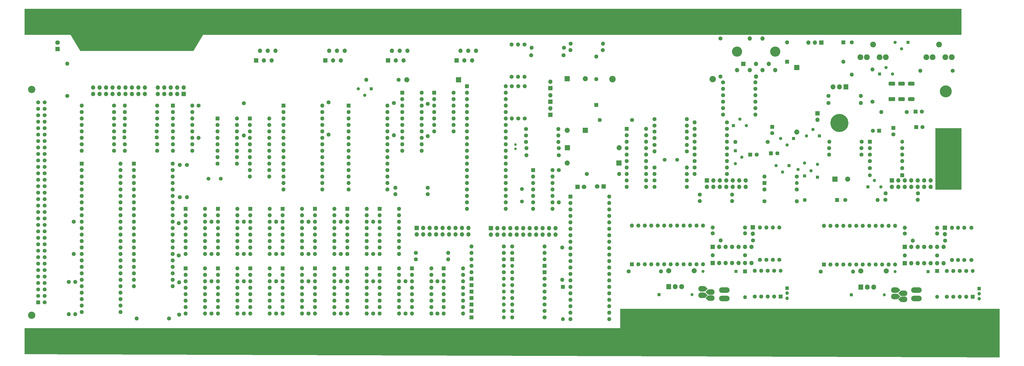
<source format=gbs>
%TF.GenerationSoftware,KiCad,Pcbnew,8.0.6+1*%
%TF.CreationDate,2024-11-20T11:24:01+01:00*%
%TF.ProjectId,QL_schematic,514c5f73-6368-4656-9d61-7469632e6b69,0*%
%TF.SameCoordinates,Original*%
%TF.FileFunction,Soldermask,Bot*%
%TF.FilePolarity,Negative*%
%FSLAX46Y46*%
G04 Gerber Fmt 4.6, Leading zero omitted, Abs format (unit mm)*
G04 Created by KiCad (PCBNEW 8.0.6+1) date 2024-11-20 11:24:01*
%MOMM*%
%LPD*%
G01*
G04 APERTURE LIST*
G04 Aperture macros list*
%AMRoundRect*
0 Rectangle with rounded corners*
0 $1 Rounding radius*
0 $2 $3 $4 $5 $6 $7 $8 $9 X,Y pos of 4 corners*
0 Add a 4 corners polygon primitive as box body*
4,1,4,$2,$3,$4,$5,$6,$7,$8,$9,$2,$3,0*
0 Add four circle primitives for the rounded corners*
1,1,$1+$1,$2,$3*
1,1,$1+$1,$4,$5*
1,1,$1+$1,$6,$7*
1,1,$1+$1,$8,$9*
0 Add four rect primitives between the rounded corners*
20,1,$1+$1,$2,$3,$4,$5,0*
20,1,$1+$1,$4,$5,$6,$7,0*
20,1,$1+$1,$6,$7,$8,$9,0*
20,1,$1+$1,$8,$9,$2,$3,0*%
%AMRotRect*
0 Rectangle, with rotation*
0 The origin of the aperture is its center*
0 $1 length*
0 $2 width*
0 $3 Rotation angle, in degrees counterclockwise*
0 Add horizontal line*
21,1,$1,$2,0,0,$3*%
G04 Aperture macros list end*
%ADD10C,3.581000*%
%ADD11C,0.100000*%
%ADD12C,2.350446*%
%ADD13R,1.905000X2.000000*%
%ADD14O,1.905000X2.000000*%
%ADD15C,1.600000*%
%ADD16O,1.600000X1.600000*%
%ADD17R,1.600000X1.600000*%
%ADD18C,2.286000*%
%ADD19R,1.200000X1.200000*%
%ADD20C,1.200000*%
%ADD21R,1.500000X1.500000*%
%ADD22O,1.500000X1.500000*%
%ADD23R,1.700000X1.700000*%
%ADD24O,1.700000X1.700000*%
%ADD25R,1.350000X1.350000*%
%ADD26O,1.350000X1.350000*%
%ADD27RotRect,1.500000X1.500000X45.000000*%
%ADD28RoundRect,1.100000X0.400000X0.000010X-0.400000X0.000010X-0.400000X-0.000010X0.400000X-0.000010X0*%
%ADD29RoundRect,1.100000X-0.400000X-0.000010X0.400000X-0.000010X0.400000X0.000010X-0.400000X0.000010X0*%
%ADD30R,1.300000X1.300000*%
%ADD31C,1.300000*%
%ADD32R,2.000000X2.000000*%
%ADD33O,2.000000X2.000000*%
%ADD34C,1.000000*%
%ADD35RoundRect,1.100000X-0.975000X-0.000010X0.975000X-0.000010X0.975000X0.000010X-0.975000X0.000010X0*%
%ADD36R,1.800000X1.800000*%
%ADD37C,1.800000*%
%ADD38RoundRect,0.500000X-2.000000X-0.350000X2.000000X-0.350000X2.000000X0.350000X-2.000000X0.350000X0*%
%ADD39O,4.000000X4.000000*%
%ADD40C,2.000000*%
%ADD41C,1.500000*%
%ADD42C,2.850000*%
%ADD43RoundRect,0.249999X-0.525001X0.525001X-0.525001X-0.525001X0.525001X-0.525001X0.525001X0.525001X0*%
%ADD44C,1.550000*%
%ADD45O,2.500000X2.600000*%
%ADD46O,2.500000X2.500000*%
%ADD47R,2.600000X1.600000*%
%ADD48RoundRect,0.500000X0.800000X0.300000X-0.800000X0.300000X-0.800000X-0.300000X0.800000X-0.300000X0*%
G04 APERTURE END LIST*
D10*
X345071500Y-126238000D02*
G75*
G02*
X341490500Y-126238000I-1790500J0D01*
G01*
X341490500Y-126238000D02*
G75*
G02*
X345071500Y-126238000I1790500J0D01*
G01*
D11*
X391160000Y-91440000D02*
X93345000Y-91440000D01*
X89535000Y-97790000D01*
X45085000Y-97790000D01*
X41275000Y-91440000D01*
X23241000Y-91440000D01*
X23241000Y-81280000D01*
X391160000Y-81280000D01*
X391160000Y-91440000D01*
G36*
X391160000Y-91440000D02*
G01*
X93345000Y-91440000D01*
X89535000Y-97790000D01*
X45085000Y-97790000D01*
X41275000Y-91440000D01*
X23241000Y-91440000D01*
X23241000Y-81280000D01*
X391160000Y-81280000D01*
X391160000Y-91440000D01*
G37*
X406146000Y-218440000D02*
X23241000Y-217170000D01*
X23241000Y-207010000D01*
X257175000Y-207010000D01*
X257175000Y-199390000D01*
X406146000Y-199390000D01*
X406146000Y-218440000D01*
G36*
X406146000Y-218440000D02*
G01*
X23241000Y-217170000D01*
X23241000Y-207010000D01*
X257175000Y-207010000D01*
X257175000Y-199390000D01*
X406146000Y-199390000D01*
X406146000Y-218440000D01*
G37*
X381000000Y-128270000D02*
X391160000Y-128270000D01*
X391160000Y-152400000D01*
X381000000Y-152400000D01*
X381000000Y-128270000D01*
G36*
X381000000Y-128270000D02*
G01*
X391160000Y-128270000D01*
X391160000Y-152400000D01*
X381000000Y-152400000D01*
X381000000Y-128270000D01*
G37*
%TO.C,S3*%
D12*
X386239223Y-113792000D02*
G75*
G02*
X383888777Y-113792000I-1175223J0D01*
G01*
X383888777Y-113792000D02*
G75*
G02*
X386239223Y-113792000I1175223J0D01*
G01*
%TD*%
D13*
%TO.C,IC31*%
X276225000Y-190683000D03*
D14*
X278765000Y-190683000D03*
X281305000Y-190683000D03*
%TD*%
D15*
%TO.C,R47*%
X58420000Y-137160000D03*
D16*
X45720000Y-137160000D03*
%TD*%
D17*
%TO.C,C22*%
X358902000Y-129286000D03*
D15*
X356402000Y-129286000D03*
%TD*%
%TO.C,R56*%
X297585000Y-115310000D03*
D16*
X310285000Y-115310000D03*
%TD*%
D15*
%TO.C,R62*%
X211455000Y-185039000D03*
D16*
X198755000Y-185039000D03*
%TD*%
D18*
%TO.C,J10*%
X382397000Y-95330000D03*
X387397000Y-100330000D03*
X384897000Y-100330000D03*
X377397000Y-100330000D03*
X379897000Y-100330000D03*
%TD*%
D15*
%TO.C,C31*%
X283337000Y-137414000D03*
D16*
X270637000Y-137414000D03*
%TD*%
D19*
%TO.C,C10*%
X347980000Y-193929000D03*
D20*
X360934000Y-193929000D03*
%TD*%
D21*
%TO.C,D2*%
X227457000Y-182499000D03*
D22*
X214757000Y-182499000D03*
%TD*%
D23*
%TO.C,J201*%
X368935000Y-175006000D03*
D24*
X371475000Y-175006000D03*
X374015000Y-175006000D03*
X376555000Y-175006000D03*
X379095000Y-175006000D03*
X381635000Y-175006000D03*
X384175000Y-175006000D03*
%TD*%
D15*
%TO.C,R86*%
X244094000Y-146304000D03*
D16*
X256794000Y-146304000D03*
%TD*%
D15*
%TO.C,R48*%
X233045000Y-138938000D03*
D16*
X220345000Y-138938000D03*
%TD*%
D15*
%TO.C,R21*%
X227457000Y-195199000D03*
D16*
X214757000Y-195199000D03*
%TD*%
D25*
%TO.C,SW2*%
X398145000Y-191453000D03*
D26*
X398145000Y-193453000D03*
X398145000Y-195453000D03*
%TD*%
D21*
%TO.C,D1*%
X227457000Y-185039000D03*
D22*
X214757000Y-185039000D03*
%TD*%
D17*
%TO.C,IC5*%
X137287000Y-160020000D03*
D16*
X137287000Y-162560000D03*
X137287000Y-165100000D03*
X137287000Y-167640000D03*
X137287000Y-170180000D03*
X137287000Y-172720000D03*
X137287000Y-175260000D03*
X137287000Y-177800000D03*
X144907000Y-177800000D03*
X144907000Y-175260000D03*
X144907000Y-172720000D03*
X144907000Y-170180000D03*
X144907000Y-167640000D03*
X144907000Y-165100000D03*
X144907000Y-162560000D03*
X144907000Y-160020000D03*
%TD*%
D15*
%TO.C,R10*%
X235077000Y-96647000D03*
D16*
X222377000Y-96647000D03*
%TD*%
D17*
%TO.C,C41*%
X373166000Y-121793000D03*
D15*
X375666000Y-121793000D03*
%TD*%
%TO.C,R78*%
X75311000Y-134620000D03*
D16*
X62611000Y-134620000D03*
%TD*%
D15*
%TO.C,R44*%
X306197000Y-167386000D03*
D16*
X293497000Y-167386000D03*
%TD*%
D15*
%TO.C,DC24*%
X147447000Y-201295000D03*
D16*
X147447000Y-188595000D03*
%TD*%
D27*
%TO.C,L2*%
X290449000Y-191516000D03*
D28*
X289399000Y-191516000D03*
D27*
X291719000Y-192786000D03*
D29*
X292769000Y-192786000D03*
D27*
X290449000Y-194056000D03*
D28*
X289399000Y-194056000D03*
D27*
X291719000Y-195199000D03*
D29*
X292769000Y-195199000D03*
%TD*%
D15*
%TO.C,R29*%
X355219000Y-141224000D03*
D16*
X367919000Y-141224000D03*
%TD*%
D15*
%TO.C,C32*%
X286385000Y-143764000D03*
D16*
X299085000Y-143764000D03*
%TD*%
D15*
%TO.C,C48*%
X234950000Y-99568000D03*
D16*
X222250000Y-99568000D03*
%TD*%
D15*
%TO.C,C49*%
X319659000Y-180086000D03*
D16*
X319659000Y-167386000D03*
%TD*%
D30*
%TO.C,TR7*%
X329565000Y-147066000D03*
D31*
X327025000Y-144526000D03*
X329565000Y-141986000D03*
%TD*%
D15*
%TO.C,R58*%
X297585000Y-120390000D03*
D16*
X310285000Y-120390000D03*
%TD*%
D15*
%TO.C,R17*%
X220218000Y-128651000D03*
D16*
X232918000Y-128651000D03*
%TD*%
D15*
%TO.C,R20*%
X227457000Y-197739000D03*
D16*
X214757000Y-197739000D03*
%TD*%
D17*
%TO.C,IC16*%
X175387000Y-183515000D03*
D16*
X175387000Y-186055000D03*
X175387000Y-188595000D03*
X175387000Y-191135000D03*
X175387000Y-193675000D03*
X175387000Y-196215000D03*
X175387000Y-198755000D03*
X175387000Y-201295000D03*
X183007000Y-201295000D03*
X183007000Y-198755000D03*
X183007000Y-196215000D03*
X183007000Y-193675000D03*
X183007000Y-191135000D03*
X183007000Y-188595000D03*
X183007000Y-186055000D03*
X183007000Y-183515000D03*
%TD*%
D15*
%TO.C,R90*%
X217170000Y-124460000D03*
D16*
X217170000Y-111760000D03*
%TD*%
D15*
%TO.C,C19*%
X326517000Y-152400000D03*
D16*
X313817000Y-152400000D03*
%TD*%
D21*
%TO.C,D16*%
X313817000Y-149860000D03*
D22*
X326517000Y-149860000D03*
%TD*%
D15*
%TO.C,R49*%
X315087000Y-133705600D03*
D16*
X302387000Y-133705600D03*
%TD*%
D17*
%TO.C,IC13*%
X137287000Y-183515000D03*
D16*
X137287000Y-186055000D03*
X137287000Y-188595000D03*
X137287000Y-191135000D03*
X137287000Y-193675000D03*
X137287000Y-196215000D03*
X137287000Y-198755000D03*
X137287000Y-201295000D03*
X144907000Y-201295000D03*
X144907000Y-198755000D03*
X144907000Y-196215000D03*
X144907000Y-193675000D03*
X144907000Y-191135000D03*
X144907000Y-188595000D03*
X144907000Y-186055000D03*
X144907000Y-183515000D03*
%TD*%
D15*
%TO.C,DC20*%
X96647000Y-201295000D03*
D16*
X96647000Y-188595000D03*
%TD*%
D15*
%TO.C,C50*%
X395097000Y-180213000D03*
D16*
X395097000Y-167513000D03*
%TD*%
D15*
%TO.C,R32*%
X288417000Y-156972000D03*
D16*
X301117000Y-156972000D03*
%TD*%
D32*
%TO.C,C37*%
X326567800Y-104444800D03*
D33*
X326567800Y-129844800D03*
%TD*%
D15*
%TO.C,DC26*%
X172847000Y-201295000D03*
D16*
X172847000Y-188595000D03*
%TD*%
D23*
%TO.C,J6*%
X192913000Y-101600000D03*
D24*
X194437000Y-97790000D03*
X195961000Y-101600000D03*
X197485000Y-97790000D03*
X199009000Y-101600000D03*
X200533000Y-97790000D03*
%TD*%
D23*
%TO.C,M2*%
X309245000Y-167335200D03*
D24*
X309245000Y-169875200D03*
%TD*%
D15*
%TO.C,R92_2*%
X40005000Y-115570000D03*
D16*
X40005000Y-102870000D03*
%TD*%
D21*
%TO.C,D14*%
X306197000Y-184650000D03*
D22*
X306197000Y-194810000D03*
%TD*%
D30*
%TO.C,TR2*%
X370205000Y-94488000D03*
D31*
X367665000Y-97028000D03*
X365125000Y-94488000D03*
%TD*%
D15*
%TO.C,DC5*%
X181610000Y-118745000D03*
D16*
X181610000Y-131445000D03*
%TD*%
D15*
%TO.C,R92*%
X219583000Y-95377000D03*
D16*
X219583000Y-108077000D03*
%TD*%
D23*
%TO.C,HDB1*%
X291211000Y-148844000D03*
D24*
X293751000Y-148844000D03*
X296291000Y-148844000D03*
X298831000Y-148844000D03*
X301371000Y-148844000D03*
X303911000Y-148844000D03*
X306451000Y-148844000D03*
X291211000Y-151384000D03*
X293751000Y-151384000D03*
X296291000Y-151384000D03*
X298831000Y-151384000D03*
X301371000Y-151384000D03*
X303911000Y-151384000D03*
X306451000Y-151384000D03*
%TD*%
D15*
%TO.C,R63*%
X211455000Y-182499000D03*
D16*
X198755000Y-182499000D03*
%TD*%
D17*
%TO.C,C21*%
X308269000Y-138684000D03*
D15*
X310769000Y-138684000D03*
%TD*%
D23*
%TO.C,J2*%
X85725000Y-114845000D03*
D24*
X85725000Y-112305000D03*
X83185000Y-114845000D03*
X83185000Y-112305000D03*
X80645000Y-114845000D03*
X80645000Y-112305000D03*
X78105000Y-114845000D03*
X78105000Y-112305000D03*
X75565000Y-114845000D03*
X75565000Y-112305000D03*
X70485000Y-114845000D03*
X70485000Y-112305000D03*
X67945000Y-114845000D03*
X67945000Y-112305000D03*
X65405000Y-114845000D03*
X65405000Y-112305000D03*
X62865000Y-114845000D03*
X62865000Y-112305000D03*
X60325000Y-114845000D03*
X60325000Y-112305000D03*
X57785000Y-114845000D03*
X57785000Y-112305000D03*
X55245000Y-114845000D03*
X55245000Y-112305000D03*
X52705000Y-114845000D03*
X52705000Y-112305000D03*
X50165000Y-114845000D03*
X50165000Y-112305000D03*
%TD*%
D15*
%TO.C,C13*%
X312039000Y-180086000D03*
D16*
X312039000Y-167386000D03*
%TD*%
D15*
%TO.C,R74*%
X75184000Y-129540000D03*
D16*
X62484000Y-129540000D03*
%TD*%
D15*
%TO.C,C16*%
X368935000Y-169799000D03*
D16*
X381635000Y-169799000D03*
%TD*%
D15*
%TO.C,C34*%
X286385000Y-138684000D03*
D16*
X299085000Y-138684000D03*
%TD*%
D21*
%TO.C,D3*%
X214757000Y-179959000D03*
D22*
X227457000Y-179959000D03*
%TD*%
D15*
%TO.C,C43*%
X270637000Y-124714000D03*
D16*
X283337000Y-124714000D03*
%TD*%
D30*
%TO.C,TR5*%
X334645000Y-147574000D03*
D31*
X332105000Y-145034000D03*
X334645000Y-142494000D03*
%TD*%
D17*
%TO.C,IC18*%
X45720000Y-142240000D03*
D16*
X45720000Y-144780000D03*
X45720000Y-147320000D03*
X45720000Y-149860000D03*
X45720000Y-152400000D03*
X45720000Y-154940000D03*
X45720000Y-157480000D03*
X45720000Y-160020000D03*
X45720000Y-162560000D03*
X45720000Y-165100000D03*
X45720000Y-167640000D03*
X45720000Y-170180000D03*
X45720000Y-172720000D03*
X45720000Y-175260000D03*
X45720000Y-177800000D03*
X45720000Y-180340000D03*
X45720000Y-182880000D03*
X45720000Y-185420000D03*
X45720000Y-187960000D03*
X45720000Y-190500000D03*
X45720000Y-193040000D03*
X45720000Y-195580000D03*
X45720000Y-198120000D03*
X45720000Y-200660000D03*
X60960000Y-200660000D03*
X60960000Y-198120000D03*
X60960000Y-195580000D03*
X60960000Y-193040000D03*
X60960000Y-190500000D03*
X60960000Y-187960000D03*
X60960000Y-185420000D03*
X60960000Y-182880000D03*
X60960000Y-180340000D03*
X60960000Y-177800000D03*
X60960000Y-175260000D03*
X60960000Y-172720000D03*
X60960000Y-170180000D03*
X60960000Y-167640000D03*
X60960000Y-165100000D03*
X60960000Y-162560000D03*
X60960000Y-160020000D03*
X60960000Y-157480000D03*
X60960000Y-154940000D03*
X60960000Y-152400000D03*
X60960000Y-149860000D03*
X60960000Y-147320000D03*
X60960000Y-144780000D03*
X60960000Y-142240000D03*
%TD*%
D15*
%TO.C,C20*%
X361442000Y-153924000D03*
D16*
X374142000Y-153924000D03*
%TD*%
D17*
%TO.C,IC28*%
X259715000Y-128524000D03*
D16*
X259715000Y-131064000D03*
X259715000Y-133604000D03*
X259715000Y-136144000D03*
X259715000Y-138684000D03*
X259715000Y-141224000D03*
X259715000Y-143764000D03*
X259715000Y-146304000D03*
X259715000Y-148844000D03*
X259715000Y-151384000D03*
X267335000Y-151384000D03*
X267335000Y-148844000D03*
X267335000Y-146304000D03*
X267335000Y-143764000D03*
X267335000Y-141224000D03*
X267335000Y-138684000D03*
X267335000Y-136144000D03*
X267335000Y-133604000D03*
X267335000Y-131064000D03*
X267335000Y-128524000D03*
%TD*%
D15*
%TO.C,DC27*%
X185420000Y-201295000D03*
D16*
X185420000Y-188595000D03*
%TD*%
D23*
%TO.C,J4*%
X141351000Y-101600000D03*
D24*
X142875000Y-97790000D03*
X144399000Y-101600000D03*
X145923000Y-97790000D03*
X147447000Y-101600000D03*
X148971000Y-97790000D03*
%TD*%
D19*
%TO.C,C11*%
X302641000Y-184658000D03*
D20*
X289687000Y-184658000D03*
%TD*%
D15*
%TO.C,C26*%
X270637000Y-143764000D03*
D16*
X283337000Y-143764000D03*
%TD*%
D17*
%TO.C,C47*%
X364490000Y-128207888D03*
D15*
X364490000Y-130707888D03*
%TD*%
%TO.C,R18*%
X227457000Y-202819000D03*
D16*
X214757000Y-202819000D03*
%TD*%
D15*
%TO.C,C5*%
X306197000Y-178308000D03*
D16*
X293497000Y-178308000D03*
%TD*%
D15*
%TO.C,C46*%
X345567000Y-156591000D03*
D16*
X358267000Y-156591000D03*
%TD*%
D15*
%TO.C,R61*%
X237744000Y-94996000D03*
D16*
X250444000Y-94996000D03*
%TD*%
D15*
%TO.C,R23*%
X227457000Y-190119000D03*
D16*
X214757000Y-190119000D03*
%TD*%
D15*
%TO.C,R57*%
X297585000Y-117850000D03*
D16*
X310285000Y-117850000D03*
%TD*%
D15*
%TO.C,DC3*%
X142621000Y-118110000D03*
D16*
X142621000Y-130810000D03*
%TD*%
D34*
%TO.C,X2*%
X216027000Y-136398000D03*
X216027000Y-134698000D03*
%TD*%
D15*
%TO.C,L5*%
X369697000Y-121920000D03*
D16*
X359697000Y-121920000D03*
%TD*%
D15*
%TO.C,R33*%
X355219000Y-144018000D03*
D16*
X367919000Y-144018000D03*
%TD*%
D15*
%TO.C,R76*%
X75184000Y-131953000D03*
D16*
X62484000Y-131953000D03*
%TD*%
D15*
%TO.C,R51*%
X270637000Y-129674000D03*
D16*
X283337000Y-129674000D03*
%TD*%
D15*
%TO.C,R85*%
X261874000Y-125095000D03*
D16*
X249174000Y-125095000D03*
%TD*%
D15*
%TO.C,R40*%
X315087000Y-184404000D03*
D16*
X315087000Y-194564000D03*
%TD*%
D23*
%TO.C,J202*%
X368935000Y-181483000D03*
D24*
X371475000Y-181483000D03*
X374015000Y-181483000D03*
X376555000Y-181483000D03*
X379095000Y-181483000D03*
X381635000Y-181483000D03*
X384175000Y-181483000D03*
%TD*%
D15*
%TO.C,R15*%
X387731000Y-105664000D03*
D16*
X375031000Y-105664000D03*
%TD*%
D17*
%TO.C,D25*%
X322707000Y-102108000D03*
D16*
X322707000Y-94488000D03*
%TD*%
D15*
%TO.C,R80*%
X220218000Y-131191000D03*
D16*
X232918000Y-131191000D03*
%TD*%
D15*
%TO.C,DC16*%
X160147000Y-177800000D03*
D16*
X160147000Y-165100000D03*
%TD*%
D15*
%TO.C,R8*%
X217043000Y-108077000D03*
D16*
X217043000Y-95377000D03*
%TD*%
D17*
%TO.C,IC25*%
X184150000Y-114300000D03*
D16*
X184150000Y-116840000D03*
X184150000Y-119380000D03*
X184150000Y-121920000D03*
X184150000Y-124460000D03*
X184150000Y-127000000D03*
X184150000Y-129540000D03*
X191770000Y-129540000D03*
X191770000Y-127000000D03*
X191770000Y-124460000D03*
X191770000Y-121920000D03*
X191770000Y-119380000D03*
X191770000Y-116840000D03*
X191770000Y-114300000D03*
%TD*%
D15*
%TO.C,R12*%
X339217000Y-136144000D03*
D16*
X351917000Y-136144000D03*
%TD*%
D17*
%TO.C,IC33*%
X124968000Y-119380000D03*
D16*
X124968000Y-121920000D03*
X124968000Y-124460000D03*
X124968000Y-127000000D03*
X124968000Y-129540000D03*
X124968000Y-132080000D03*
X124968000Y-134620000D03*
X124968000Y-137160000D03*
X124968000Y-139700000D03*
X124968000Y-142240000D03*
X124968000Y-144780000D03*
X124968000Y-147320000D03*
X124968000Y-149860000D03*
X124968000Y-152400000D03*
X140208000Y-152400000D03*
X140208000Y-149860000D03*
X140208000Y-147320000D03*
X140208000Y-144780000D03*
X140208000Y-142240000D03*
X140208000Y-139700000D03*
X140208000Y-137160000D03*
X140208000Y-134620000D03*
X140208000Y-132080000D03*
X140208000Y-129540000D03*
X140208000Y-127000000D03*
X140208000Y-124460000D03*
X140208000Y-121920000D03*
X140208000Y-119380000D03*
%TD*%
D17*
%TO.C,IC10*%
X99187000Y-183515000D03*
D16*
X99187000Y-186055000D03*
X99187000Y-188595000D03*
X99187000Y-191135000D03*
X99187000Y-193675000D03*
X99187000Y-196215000D03*
X99187000Y-198755000D03*
X99187000Y-201295000D03*
X106807000Y-201295000D03*
X106807000Y-198755000D03*
X106807000Y-196215000D03*
X106807000Y-193675000D03*
X106807000Y-191135000D03*
X106807000Y-188595000D03*
X106807000Y-186055000D03*
X106807000Y-183515000D03*
%TD*%
D15*
%TO.C,R54*%
X270637000Y-132214000D03*
D16*
X283337000Y-132214000D03*
%TD*%
D15*
%TO.C,R35*%
X385445000Y-194691000D03*
D16*
X385445000Y-184531000D03*
%TD*%
D15*
%TO.C,C44*%
X338963000Y-115570000D03*
D16*
X351663000Y-115570000D03*
%TD*%
D15*
%TO.C,R104*%
X326517000Y-147320000D03*
D16*
X313817000Y-147320000D03*
%TD*%
D21*
%TO.C,D10*%
X198755000Y-190119000D03*
D22*
X211455000Y-190119000D03*
%TD*%
D15*
%TO.C,R72*%
X75311000Y-127000000D03*
D16*
X62611000Y-127000000D03*
%TD*%
D17*
%TO.C,IC3*%
X111887000Y-160020000D03*
D16*
X111887000Y-162560000D03*
X111887000Y-165100000D03*
X111887000Y-167640000D03*
X111887000Y-170180000D03*
X111887000Y-172720000D03*
X111887000Y-175260000D03*
X111887000Y-177800000D03*
X119507000Y-177800000D03*
X119507000Y-175260000D03*
X119507000Y-172720000D03*
X119507000Y-170180000D03*
X119507000Y-167640000D03*
X119507000Y-165100000D03*
X119507000Y-162560000D03*
X119507000Y-160020000D03*
%TD*%
D15*
%TO.C,C45*%
X286385000Y-131064000D03*
D16*
X299085000Y-131064000D03*
%TD*%
D13*
%TO.C,U35*%
X345821000Y-112014000D03*
D14*
X343281000Y-112014000D03*
X340741000Y-112014000D03*
%TD*%
D21*
%TO.C,D12*%
X320167000Y-194564000D03*
D22*
X320167000Y-184404000D03*
%TD*%
D23*
%TO.C,J101*%
X293497000Y-175006000D03*
D24*
X296037000Y-175006000D03*
X298577000Y-175006000D03*
X301117000Y-175006000D03*
X303657000Y-175006000D03*
X306197000Y-175006000D03*
X308737000Y-175006000D03*
%TD*%
D23*
%TO.C,J3*%
X114173000Y-101600000D03*
D24*
X115697000Y-97790000D03*
X117221000Y-101600000D03*
X118745000Y-97790000D03*
X120269000Y-101600000D03*
X121793000Y-97790000D03*
%TD*%
D15*
%TO.C,R88*%
X310261000Y-112770000D03*
D16*
X297561000Y-112770000D03*
%TD*%
D15*
%TO.C,R25*%
X283337000Y-151384000D03*
D16*
X270637000Y-151384000D03*
%TD*%
D18*
%TO.C,J9*%
X356529000Y-95330000D03*
X361529000Y-100330000D03*
X359029000Y-100330000D03*
X351529000Y-100330000D03*
X354029000Y-100330000D03*
%TD*%
D15*
%TO.C,R98*%
X234442000Y-175260000D03*
D16*
X234442000Y-187960000D03*
%TD*%
D21*
%TO.C,D13*%
X395605000Y-194691000D03*
D22*
X395605000Y-184531000D03*
%TD*%
D15*
%TO.C,R42*%
X314579000Y-180086000D03*
D16*
X314579000Y-167386000D03*
%TD*%
D35*
%TO.C,L6*%
X298103000Y-192024000D03*
X298103000Y-195326000D03*
%TD*%
D36*
%TO.C,D27_2*%
X36195000Y-97155000D03*
D37*
X36195000Y-94615000D03*
%TD*%
D15*
%TO.C,R65*%
X211455000Y-177419000D03*
D16*
X198755000Y-177419000D03*
%TD*%
D21*
%TO.C,D8*%
X198755000Y-195199000D03*
D22*
X211455000Y-195199000D03*
%TD*%
D15*
%TO.C,R1*%
X58420000Y-132080000D03*
D16*
X45720000Y-132080000D03*
%TD*%
D38*
%TO.C,EC1*%
X387223000Y-131318000D03*
X387223000Y-133858000D03*
X387223000Y-136398000D03*
X387223000Y-138938000D03*
X387223000Y-141478000D03*
X387223000Y-144018000D03*
X387223000Y-146558000D03*
X387223000Y-149098000D03*
%TD*%
D15*
%TO.C,R68*%
X176911000Y-177419000D03*
D16*
X189611000Y-177419000D03*
%TD*%
D15*
%TO.C,C33*%
X299085000Y-136144000D03*
D16*
X286385000Y-136144000D03*
%TD*%
D36*
%TO.C,D20_1*%
X240411000Y-151384000D03*
D37*
X242951000Y-151384000D03*
%TD*%
D17*
%TO.C,IC26*%
X223012000Y-144780000D03*
D16*
X223012000Y-147320000D03*
X223012000Y-149860000D03*
X223012000Y-152400000D03*
X223012000Y-154940000D03*
X223012000Y-157480000D03*
X223012000Y-160020000D03*
X230632000Y-160020000D03*
X230632000Y-157480000D03*
X230632000Y-154940000D03*
X230632000Y-152400000D03*
X230632000Y-149860000D03*
X230632000Y-147320000D03*
X230632000Y-144780000D03*
%TD*%
D15*
%TO.C,R45*%
X381635000Y-167513000D03*
D16*
X368935000Y-167513000D03*
%TD*%
D17*
%TO.C,IC19*%
X81534000Y-119380000D03*
D16*
X81534000Y-121920000D03*
X81534000Y-124460000D03*
X81534000Y-127000000D03*
X81534000Y-129540000D03*
X81534000Y-132080000D03*
X81534000Y-134620000D03*
X81534000Y-137160000D03*
X89154000Y-137160000D03*
X89154000Y-134620000D03*
X89154000Y-132080000D03*
X89154000Y-129540000D03*
X89154000Y-127000000D03*
X89154000Y-124460000D03*
X89154000Y-121920000D03*
X89154000Y-119380000D03*
%TD*%
D17*
%TO.C,IC30*%
X337185000Y-181991000D03*
D16*
X339725000Y-181991000D03*
X342265000Y-181991000D03*
X344805000Y-181991000D03*
X347345000Y-181991000D03*
X349885000Y-181991000D03*
X352425000Y-181991000D03*
X354965000Y-181991000D03*
X357505000Y-181991000D03*
X360045000Y-181991000D03*
X362585000Y-181991000D03*
X365125000Y-181991000D03*
X365125000Y-166751000D03*
X362585000Y-166751000D03*
X360045000Y-166751000D03*
X357505000Y-166751000D03*
X354965000Y-166751000D03*
X352425000Y-166751000D03*
X349885000Y-166751000D03*
X347345000Y-166751000D03*
X344805000Y-166751000D03*
X342265000Y-166751000D03*
X339725000Y-166751000D03*
X337185000Y-166751000D03*
%TD*%
D24*
%TO.C,J7*%
X313055000Y-92950000D03*
D23*
X305555000Y-102950000D03*
D24*
X310555000Y-102950000D03*
X315555000Y-102950000D03*
X308095000Y-105450000D03*
X313055000Y-105450000D03*
X303055000Y-105450000D03*
X318055000Y-105450000D03*
X310555000Y-107950000D03*
D39*
X318055000Y-98150000D03*
D24*
X308055000Y-92950000D03*
D39*
X303055000Y-98150000D03*
%TD*%
D30*
%TO.C,TR4*%
X354457000Y-151384000D03*
D31*
X356997000Y-148844000D03*
X359537000Y-151384000D03*
%TD*%
D21*
%TO.C,D29*%
X355219000Y-133604000D03*
D22*
X367919000Y-133604000D03*
%TD*%
D15*
%TO.C,C18*%
X335915000Y-184785000D03*
D16*
X348615000Y-184785000D03*
%TD*%
D17*
%TO.C,IC7*%
X162687000Y-160020000D03*
D16*
X162687000Y-162560000D03*
X162687000Y-165100000D03*
X162687000Y-167640000D03*
X162687000Y-170180000D03*
X162687000Y-172720000D03*
X162687000Y-175260000D03*
X162687000Y-177800000D03*
X170307000Y-177800000D03*
X170307000Y-175260000D03*
X170307000Y-172720000D03*
X170307000Y-170180000D03*
X170307000Y-167640000D03*
X170307000Y-165100000D03*
X170307000Y-162560000D03*
X170307000Y-160020000D03*
%TD*%
D15*
%TO.C,R96*%
X170180000Y-109220000D03*
D16*
X157480000Y-109220000D03*
%TD*%
D23*
%TO.C,J8*%
X336169000Y-94570000D03*
D24*
X333629000Y-94570000D03*
X331089000Y-94570000D03*
%TD*%
D15*
%TO.C,DC15*%
X147447000Y-177800000D03*
D16*
X147447000Y-165100000D03*
%TD*%
D15*
%TO.C,R13*%
X338963000Y-118364000D03*
D16*
X351663000Y-118364000D03*
%TD*%
D15*
%TO.C,R100*%
X309372000Y-172466000D03*
D16*
X296672000Y-172466000D03*
%TD*%
D25*
%TO.C,SW1*%
X322707000Y-191262000D03*
D26*
X322707000Y-193262000D03*
X322707000Y-195262000D03*
%TD*%
D15*
%TO.C,R91*%
X220218000Y-133731000D03*
D16*
X232918000Y-133731000D03*
%TD*%
D17*
%TO.C,C42*%
X373420000Y-127889000D03*
D15*
X375920000Y-127889000D03*
%TD*%
D13*
%TO.C,IC32*%
X351663000Y-190810000D03*
D14*
X354203000Y-190810000D03*
X356743000Y-190810000D03*
%TD*%
D17*
%TO.C,IC6*%
X149987000Y-160020000D03*
D16*
X149987000Y-162560000D03*
X149987000Y-165100000D03*
X149987000Y-167640000D03*
X149987000Y-170180000D03*
X149987000Y-172720000D03*
X149987000Y-175260000D03*
X149987000Y-177800000D03*
X157607000Y-177800000D03*
X157607000Y-175260000D03*
X157607000Y-172720000D03*
X157607000Y-170180000D03*
X157607000Y-167640000D03*
X157607000Y-165100000D03*
X157607000Y-162560000D03*
X157607000Y-160020000D03*
%TD*%
D17*
%TO.C,IC9*%
X86487000Y-183515000D03*
D16*
X86487000Y-186055000D03*
X86487000Y-188595000D03*
X86487000Y-191135000D03*
X86487000Y-193675000D03*
X86487000Y-196215000D03*
X86487000Y-198755000D03*
X86487000Y-201295000D03*
X94107000Y-201295000D03*
X94107000Y-198755000D03*
X94107000Y-196215000D03*
X94107000Y-193675000D03*
X94107000Y-191135000D03*
X94107000Y-188595000D03*
X94107000Y-186055000D03*
X94107000Y-183515000D03*
%TD*%
D32*
%TO.C,C23*%
X243459000Y-129159000D03*
D33*
X243459000Y-108839000D03*
%TD*%
D17*
%TO.C,IC29*%
X261747000Y-181864000D03*
D16*
X264287000Y-181864000D03*
X266827000Y-181864000D03*
X269367000Y-181864000D03*
X271907000Y-181864000D03*
X274447000Y-181864000D03*
X276987000Y-181864000D03*
X279527000Y-181864000D03*
X282067000Y-181864000D03*
X284607000Y-181864000D03*
X287147000Y-181864000D03*
X289687000Y-181864000D03*
X289687000Y-166624000D03*
X287147000Y-166624000D03*
X284607000Y-166624000D03*
X282067000Y-166624000D03*
X279527000Y-166624000D03*
X276987000Y-166624000D03*
X274447000Y-166624000D03*
X271907000Y-166624000D03*
X269367000Y-166624000D03*
X266827000Y-166624000D03*
X264287000Y-166624000D03*
X261747000Y-166624000D03*
%TD*%
D15*
%TO.C,R28*%
X288417000Y-154432000D03*
D16*
X301117000Y-154432000D03*
%TD*%
D15*
%TO.C,R77*%
X75311000Y-121920000D03*
D16*
X62611000Y-121920000D03*
%TD*%
D15*
%TO.C,R34*%
X310007000Y-194564000D03*
D16*
X310007000Y-184404000D03*
%TD*%
D15*
%TO.C,R55*%
X286385000Y-133604000D03*
D16*
X299085000Y-133604000D03*
%TD*%
D15*
%TO.C,R9*%
X214503000Y-108077000D03*
D16*
X214503000Y-95377000D03*
%TD*%
D15*
%TO.C,C15*%
X293497000Y-169672000D03*
D16*
X306197000Y-169672000D03*
%TD*%
D32*
%TO.C,C39*%
X341503000Y-148336000D03*
D40*
X346503000Y-148336000D03*
%TD*%
D32*
%TO.C,C25*%
X256717800Y-141986000D03*
D33*
X236397800Y-141986000D03*
%TD*%
D15*
%TO.C,R59*%
X297585000Y-122930000D03*
D16*
X310285000Y-122930000D03*
%TD*%
D15*
%TO.C,C29*%
X270637000Y-134874000D03*
D16*
X283337000Y-134874000D03*
%TD*%
D15*
%TO.C,DC25*%
X160147000Y-201295000D03*
D16*
X160147000Y-188595000D03*
%TD*%
D30*
%TO.C,TR1*%
X325247000Y-132334000D03*
D31*
X322707000Y-134874000D03*
X320167000Y-132334000D03*
%TD*%
D15*
%TO.C,R97*%
X214757000Y-177419000D03*
D16*
X227457000Y-177419000D03*
%TD*%
D23*
%TO.C,M3*%
X384683000Y-167487600D03*
D24*
X384683000Y-170027600D03*
%TD*%
D15*
%TO.C,C30*%
X286385000Y-141224000D03*
D16*
X299085000Y-141224000D03*
%TD*%
D17*
%TO.C,IC23*%
X196977000Y-111760000D03*
D16*
X196977000Y-114300000D03*
X196977000Y-116840000D03*
X196977000Y-119380000D03*
X196977000Y-121920000D03*
X196977000Y-124460000D03*
X196977000Y-127000000D03*
X196977000Y-129540000D03*
X196977000Y-132080000D03*
X196977000Y-134620000D03*
X196977000Y-137160000D03*
X196977000Y-139700000D03*
X196977000Y-142240000D03*
X196977000Y-144780000D03*
X196977000Y-147320000D03*
X196977000Y-149860000D03*
X196977000Y-152400000D03*
X196977000Y-154940000D03*
X196977000Y-157480000D03*
X196977000Y-160020000D03*
X212217000Y-160020000D03*
X212217000Y-157480000D03*
X212217000Y-154940000D03*
X212217000Y-152400000D03*
X212217000Y-149860000D03*
X212217000Y-147320000D03*
X212217000Y-144780000D03*
X212217000Y-142240000D03*
X212217000Y-139700000D03*
X212217000Y-137160000D03*
X212217000Y-134620000D03*
X212217000Y-132080000D03*
X212217000Y-129540000D03*
X212217000Y-127000000D03*
X212217000Y-124460000D03*
X212217000Y-121920000D03*
X212217000Y-119380000D03*
X212217000Y-116840000D03*
X212217000Y-114300000D03*
X212217000Y-111760000D03*
%TD*%
D30*
%TO.C,TR6*%
X302387000Y-137160000D03*
D31*
X304927000Y-139700000D03*
X302387000Y-142240000D03*
%TD*%
D15*
%TO.C,C27*%
X270637000Y-148844000D03*
D16*
X283337000Y-148844000D03*
%TD*%
D36*
%TO.C,D21_1*%
X250698000Y-151257000D03*
D37*
X248158000Y-151257000D03*
%TD*%
D19*
%TO.C,C9*%
X272479888Y-193802000D03*
D20*
X285433888Y-193802000D03*
%TD*%
D15*
%TO.C,R67*%
X214757000Y-174879000D03*
D16*
X227457000Y-174879000D03*
%TD*%
D15*
%TO.C,C53*%
X181610000Y-151765000D03*
D16*
X168910000Y-151765000D03*
%TD*%
D15*
%TO.C,R89*%
X219710000Y-124460000D03*
D16*
X219710000Y-111760000D03*
%TD*%
D15*
%TO.C,R46*%
X181610000Y-154305000D03*
D16*
X168910000Y-154305000D03*
%TD*%
D41*
%TO.C,X3*%
X279527000Y-140716000D03*
X274647000Y-140716000D03*
%TD*%
D15*
%TO.C,DC13*%
X122047000Y-177800000D03*
D16*
X122047000Y-165100000D03*
%TD*%
D15*
%TO.C,R101*%
X384810000Y-172593000D03*
D16*
X372110000Y-172593000D03*
%TD*%
D24*
%TO.C,J11*%
X177292000Y-170120000D03*
D23*
X177292000Y-167580000D03*
D24*
X179832000Y-170120000D03*
X179832000Y-167580000D03*
X182372000Y-170120000D03*
X182372000Y-167580000D03*
X184912000Y-170120000D03*
X184912000Y-167580000D03*
X187452000Y-170120000D03*
X187452000Y-167580000D03*
X189992000Y-170120000D03*
X189992000Y-167580000D03*
X192532000Y-170120000D03*
X192532000Y-167580000D03*
X195072000Y-170120000D03*
X195072000Y-167580000D03*
X197612000Y-170120000D03*
X197612000Y-167580000D03*
%TD*%
D15*
%TO.C,R103*%
X313817000Y-157099000D03*
D16*
X326517000Y-157099000D03*
%TD*%
D40*
%TO.C,DC29*%
X361696000Y-184531000D03*
X351696000Y-184531000D03*
%TD*%
%TO.C,DC28*%
X286225000Y-184404000D03*
X276225000Y-184404000D03*
%TD*%
D15*
%TO.C,DC21*%
X109347000Y-201295000D03*
D16*
X109347000Y-188595000D03*
%TD*%
D15*
%TO.C,C6*%
X381635000Y-178435000D03*
D16*
X368935000Y-178435000D03*
%TD*%
D21*
%TO.C,D5*%
X198755000Y-202819000D03*
D22*
X211455000Y-202819000D03*
%TD*%
D15*
%TO.C,C17*%
X260477000Y-184658000D03*
D16*
X273177000Y-184658000D03*
%TD*%
D15*
%TO.C,R69*%
X176911000Y-179959000D03*
D16*
X189611000Y-179959000D03*
%TD*%
D15*
%TO.C,DC6*%
X214630000Y-111760000D03*
D16*
X214630000Y-124460000D03*
%TD*%
D23*
%TO.C,J5*%
X165989000Y-101600000D03*
D24*
X167513000Y-97790000D03*
X169037000Y-101600000D03*
X170561000Y-97790000D03*
X172085000Y-101600000D03*
X173609000Y-97790000D03*
%TD*%
D17*
%TO.C,IC4*%
X124587000Y-160020000D03*
D16*
X124587000Y-162560000D03*
X124587000Y-165100000D03*
X124587000Y-167640000D03*
X124587000Y-170180000D03*
X124587000Y-172720000D03*
X124587000Y-175260000D03*
X124587000Y-177800000D03*
X132207000Y-177800000D03*
X132207000Y-175260000D03*
X132207000Y-172720000D03*
X132207000Y-170180000D03*
X132207000Y-167640000D03*
X132207000Y-165100000D03*
X132207000Y-162560000D03*
X132207000Y-160020000D03*
%TD*%
D15*
%TO.C,R37*%
X387985000Y-194691000D03*
D16*
X387985000Y-184531000D03*
%TD*%
D15*
%TO.C,R95*%
X351917000Y-138684000D03*
D16*
X339217000Y-138684000D03*
%TD*%
D17*
%TO.C,IC11*%
X111887000Y-183515000D03*
D16*
X111887000Y-186055000D03*
X111887000Y-188595000D03*
X111887000Y-191135000D03*
X111887000Y-193675000D03*
X111887000Y-196215000D03*
X111887000Y-198755000D03*
X111887000Y-201295000D03*
X119507000Y-201295000D03*
X119507000Y-198755000D03*
X119507000Y-196215000D03*
X119507000Y-193675000D03*
X119507000Y-191135000D03*
X119507000Y-188595000D03*
X119507000Y-186055000D03*
X119507000Y-183515000D03*
%TD*%
D17*
%TO.C,IC1*%
X86487000Y-160020000D03*
D16*
X86487000Y-162560000D03*
X86487000Y-165100000D03*
X86487000Y-167640000D03*
X86487000Y-170180000D03*
X86487000Y-172720000D03*
X86487000Y-175260000D03*
X86487000Y-177800000D03*
X94107000Y-177800000D03*
X94107000Y-175260000D03*
X94107000Y-172720000D03*
X94107000Y-170180000D03*
X94107000Y-167640000D03*
X94107000Y-165100000D03*
X94107000Y-162560000D03*
X94107000Y-160020000D03*
%TD*%
D23*
%TO.C,D27*%
X229743000Y-112522000D03*
D24*
X229743000Y-109982000D03*
%TD*%
D21*
%TO.C,D9*%
X198755000Y-192659000D03*
D22*
X211455000Y-192659000D03*
%TD*%
D15*
%TO.C,C14*%
X387477000Y-180213000D03*
D16*
X387477000Y-167513000D03*
%TD*%
D15*
%TO.C,R26*%
X299085000Y-146354800D03*
D16*
X286385000Y-146354800D03*
%TD*%
D30*
%TO.C,TR3*%
X323469000Y-143002000D03*
D31*
X320929000Y-145542000D03*
X318389000Y-143002000D03*
%TD*%
D42*
%TO.C,J1*%
X26035000Y-201940000D03*
X26035000Y-113040000D03*
D43*
X28575000Y-196850000D03*
D44*
X28575000Y-194310000D03*
X28575000Y-191770000D03*
X28575000Y-189230000D03*
X28575000Y-186690000D03*
X28575000Y-184150000D03*
X28575000Y-181610000D03*
X28575000Y-179070000D03*
X28575000Y-176530000D03*
X28575000Y-173990000D03*
X28575000Y-171450000D03*
X28575000Y-168910000D03*
X28575000Y-166370000D03*
X28575000Y-163830000D03*
X28575000Y-161290000D03*
X28575000Y-158750000D03*
X28575000Y-156210000D03*
X28575000Y-153670000D03*
X28575000Y-151130000D03*
X28575000Y-148590000D03*
X28575000Y-146050000D03*
X28575000Y-143510000D03*
X28575000Y-140970000D03*
X28575000Y-138430000D03*
X28575000Y-135890000D03*
X28575000Y-133350000D03*
X28575000Y-130810000D03*
X28575000Y-128270000D03*
X28575000Y-125730000D03*
X28575000Y-123190000D03*
X28575000Y-120650000D03*
X28575000Y-118110000D03*
X31115000Y-196850000D03*
X31115000Y-194310000D03*
X31115000Y-191770000D03*
X31115000Y-189230000D03*
X31115000Y-186690000D03*
X31115000Y-184150000D03*
X31115000Y-181610000D03*
X31115000Y-179070000D03*
X31115000Y-176530000D03*
X31115000Y-173990000D03*
X31115000Y-171450000D03*
X31115000Y-168910000D03*
X31115000Y-166370000D03*
X31115000Y-163830000D03*
X31115000Y-161290000D03*
X31115000Y-158750000D03*
X31115000Y-156210000D03*
X31115000Y-153670000D03*
X31115000Y-151130000D03*
X31115000Y-148590000D03*
X31115000Y-146050000D03*
X31115000Y-143510000D03*
X31115000Y-140970000D03*
X31115000Y-138430000D03*
X31115000Y-135890000D03*
X31115000Y-133350000D03*
X31115000Y-130810000D03*
X31115000Y-128270000D03*
X31115000Y-125730000D03*
X31115000Y-123190000D03*
X31115000Y-120650000D03*
X31115000Y-118110000D03*
%TD*%
D15*
%TO.C,DC10*%
X83820000Y-178435000D03*
D16*
X83820000Y-165735000D03*
%TD*%
D21*
%TO.C,D7*%
X198755000Y-197739000D03*
D22*
X211455000Y-197739000D03*
%TD*%
D17*
%TO.C,IC12*%
X124587000Y-183515000D03*
D16*
X124587000Y-186055000D03*
X124587000Y-188595000D03*
X124587000Y-191135000D03*
X124587000Y-193675000D03*
X124587000Y-196215000D03*
X124587000Y-198755000D03*
X124587000Y-201295000D03*
X132207000Y-201295000D03*
X132207000Y-198755000D03*
X132207000Y-196215000D03*
X132207000Y-193675000D03*
X132207000Y-191135000D03*
X132207000Y-188595000D03*
X132207000Y-186055000D03*
X132207000Y-183515000D03*
%TD*%
D15*
%TO.C,R22*%
X227457000Y-192659000D03*
D16*
X214757000Y-192659000D03*
%TD*%
D15*
%TO.C,C1*%
X233045000Y-136144000D03*
D16*
X220345000Y-136144000D03*
%TD*%
D15*
%TO.C,R53*%
X299085000Y-128524000D03*
D16*
X286385000Y-128524000D03*
%TD*%
D15*
%TO.C,R36*%
X312547000Y-194564000D03*
D16*
X312547000Y-184404000D03*
%TD*%
D19*
%TO.C,C12*%
X378079000Y-184785000D03*
D20*
X365125000Y-184785000D03*
%TD*%
D15*
%TO.C,R75*%
X75311000Y-137160000D03*
D16*
X62611000Y-137160000D03*
%TD*%
D15*
%TO.C,R71*%
X40640000Y-188849000D03*
D16*
X40640000Y-201549000D03*
%TD*%
D15*
%TO.C,R7*%
X45720000Y-134620000D03*
D16*
X58420000Y-134620000D03*
%TD*%
D15*
%TO.C,R3*%
X58420000Y-124460000D03*
D16*
X45720000Y-124460000D03*
%TD*%
D15*
%TO.C,C52*%
X392303000Y-180213000D03*
D16*
X392303000Y-167513000D03*
%TD*%
D15*
%TO.C,DC2*%
X109347000Y-118491000D03*
D16*
X109347000Y-131191000D03*
%TD*%
D17*
%TO.C,IC34*%
X150495000Y-119380000D03*
D16*
X150495000Y-121920000D03*
X150495000Y-124460000D03*
X150495000Y-127000000D03*
X150495000Y-129540000D03*
X150495000Y-132080000D03*
X150495000Y-134620000D03*
X150495000Y-137160000D03*
X150495000Y-139700000D03*
X150495000Y-142240000D03*
X150495000Y-144780000D03*
X150495000Y-147320000D03*
X150495000Y-149860000D03*
X150495000Y-152400000D03*
X165735000Y-152400000D03*
X165735000Y-149860000D03*
X165735000Y-147320000D03*
X165735000Y-144780000D03*
X165735000Y-142240000D03*
X165735000Y-139700000D03*
X165735000Y-137160000D03*
X165735000Y-134620000D03*
X165735000Y-132080000D03*
X165735000Y-129540000D03*
X165735000Y-127000000D03*
X165735000Y-124460000D03*
X165735000Y-121920000D03*
X165735000Y-119380000D03*
%TD*%
D15*
%TO.C,R27*%
X355219000Y-138684000D03*
D16*
X367919000Y-138684000D03*
%TD*%
D15*
%TO.C,DC4*%
X168275000Y-118364000D03*
D16*
X168275000Y-131064000D03*
%TD*%
D15*
%TO.C,C51*%
X317119000Y-180086000D03*
D16*
X317119000Y-167386000D03*
%TD*%
D15*
%TO.C,R38*%
X317627000Y-184404000D03*
D16*
X317627000Y-194564000D03*
%TD*%
D23*
%TO.C,LS1*%
X334645000Y-122428000D03*
D24*
X334645000Y-124968000D03*
%TD*%
D15*
%TO.C,R102*%
X361315000Y-156464000D03*
D16*
X374015000Y-156464000D03*
%TD*%
D15*
%TO.C,R66*%
X211455000Y-174879000D03*
D16*
X198755000Y-174879000D03*
%TD*%
D21*
%TO.C,D6*%
X198755000Y-200279000D03*
D22*
X211455000Y-200279000D03*
%TD*%
D21*
%TO.C,D4*%
X234696000Y-190754000D03*
D22*
X234696000Y-203454000D03*
%TD*%
D17*
%TO.C,IC2*%
X99187000Y-160020000D03*
D16*
X99187000Y-162560000D03*
X99187000Y-165100000D03*
X99187000Y-167640000D03*
X99187000Y-170180000D03*
X99187000Y-172720000D03*
X99187000Y-175260000D03*
X99187000Y-177800000D03*
X106807000Y-177800000D03*
X106807000Y-175260000D03*
X106807000Y-172720000D03*
X106807000Y-170180000D03*
X106807000Y-167640000D03*
X106807000Y-165100000D03*
X106807000Y-162560000D03*
X106807000Y-160020000D03*
%TD*%
D15*
%TO.C,R70*%
X86995000Y-142748000D03*
D16*
X86995000Y-155448000D03*
%TD*%
D15*
%TO.C,R43*%
X389890000Y-180213000D03*
D16*
X389890000Y-167513000D03*
%TD*%
D15*
%TO.C,R39*%
X393065000Y-184531000D03*
D16*
X393065000Y-194691000D03*
%TD*%
D15*
%TO.C,DC22*%
X122047000Y-201295000D03*
D16*
X122047000Y-188595000D03*
%TD*%
D15*
%TO.C,R41*%
X390525000Y-184531000D03*
D16*
X390525000Y-194691000D03*
%TD*%
D27*
%TO.C,L4*%
X366141000Y-192024000D03*
D28*
X365091000Y-192024000D03*
D27*
X367411000Y-193294000D03*
D29*
X368461000Y-193294000D03*
D27*
X366141000Y-194564000D03*
D28*
X365091000Y-194564000D03*
D27*
X367411000Y-195707000D03*
D29*
X368461000Y-195707000D03*
%TD*%
D15*
%TO.C,R2*%
X58420000Y-129540000D03*
D16*
X45720000Y-129540000D03*
%TD*%
D15*
%TO.C,R105*%
X374142000Y-153924000D03*
D16*
X361442000Y-153924000D03*
%TD*%
D35*
%TO.C,L9*%
X373541000Y-192024000D03*
X373541000Y-195326000D03*
%TD*%
D15*
%TO.C,R5*%
X58420000Y-119380000D03*
D16*
X45720000Y-119380000D03*
%TD*%
D32*
%TO.C,C35*%
X236397800Y-108813600D03*
D33*
X236397800Y-129133600D03*
%TD*%
D15*
%TO.C,R79*%
X75311000Y-119380000D03*
D16*
X62611000Y-119380000D03*
%TD*%
D30*
%TO.C,IC36*%
X359029000Y-106934000D03*
D31*
X361569000Y-104394000D03*
X364109000Y-106934000D03*
%TD*%
D15*
%TO.C,R87*%
X297585000Y-110230000D03*
D16*
X310285000Y-110230000D03*
%TD*%
D15*
%TO.C,DC14*%
X134747000Y-177800000D03*
D16*
X134747000Y-165100000D03*
%TD*%
D17*
%TO.C,C40*%
X316397000Y-138176000D03*
D15*
X318897000Y-138176000D03*
%TD*%
%TO.C,DC18*%
X80010000Y-203200000D03*
D16*
X67310000Y-203200000D03*
%TD*%
D23*
%TO.C,J102*%
X293497000Y-181356000D03*
D24*
X296037000Y-181356000D03*
X298577000Y-181356000D03*
X301117000Y-181356000D03*
X303657000Y-181356000D03*
X306197000Y-181356000D03*
X308737000Y-181356000D03*
%TD*%
D41*
%TO.C,X4*%
X218567000Y-157153000D03*
X218567000Y-152273000D03*
%TD*%
D17*
%TO.C,IC21*%
X111760000Y-124460000D03*
D16*
X111760000Y-127000000D03*
X111760000Y-129540000D03*
X111760000Y-132080000D03*
X111760000Y-134620000D03*
X111760000Y-137160000D03*
X111760000Y-139700000D03*
X111760000Y-142240000D03*
X111760000Y-144780000D03*
X111760000Y-147320000D03*
X119380000Y-147320000D03*
X119380000Y-144780000D03*
X119380000Y-142240000D03*
X119380000Y-139700000D03*
X119380000Y-137160000D03*
X119380000Y-134620000D03*
X119380000Y-132080000D03*
X119380000Y-129540000D03*
X119380000Y-127000000D03*
X119380000Y-124460000D03*
%TD*%
D17*
%TO.C,IC22*%
X66167000Y-142240000D03*
D16*
X66167000Y-144780000D03*
X66167000Y-147320000D03*
X66167000Y-149860000D03*
X66167000Y-152400000D03*
X66167000Y-154940000D03*
X66167000Y-157480000D03*
X66167000Y-160020000D03*
X66167000Y-162560000D03*
X66167000Y-165100000D03*
X66167000Y-167640000D03*
X66167000Y-170180000D03*
X66167000Y-172720000D03*
X66167000Y-175260000D03*
X66167000Y-177800000D03*
X66167000Y-180340000D03*
X66167000Y-182880000D03*
X66167000Y-185420000D03*
X66167000Y-187960000D03*
X66167000Y-190500000D03*
X81407000Y-190500000D03*
X81407000Y-187960000D03*
X81407000Y-185420000D03*
X81407000Y-182880000D03*
X81407000Y-180340000D03*
X81407000Y-177800000D03*
X81407000Y-175260000D03*
X81407000Y-172720000D03*
X81407000Y-170180000D03*
X81407000Y-167640000D03*
X81407000Y-165100000D03*
X81407000Y-162560000D03*
X81407000Y-160020000D03*
X81407000Y-157480000D03*
X81407000Y-154940000D03*
X81407000Y-152400000D03*
X81407000Y-149860000D03*
X81407000Y-147320000D03*
X81407000Y-144780000D03*
X81407000Y-142240000D03*
%TD*%
D23*
%TO.C,HDB2*%
X363855000Y-148844000D03*
D24*
X366395000Y-148844000D03*
X368935000Y-148844000D03*
X371475000Y-148844000D03*
X374015000Y-148844000D03*
X376555000Y-148844000D03*
X379095000Y-148844000D03*
X363855000Y-151384000D03*
X366395000Y-151384000D03*
X368935000Y-151384000D03*
X371475000Y-151384000D03*
X374015000Y-151384000D03*
X376555000Y-151384000D03*
X379095000Y-151384000D03*
%TD*%
D15*
%TO.C,R19*%
X227457000Y-200279000D03*
D16*
X214757000Y-200279000D03*
%TD*%
D15*
%TO.C,R99*%
X367919000Y-136144000D03*
D16*
X355219000Y-136144000D03*
%TD*%
D24*
%TO.C,J12*%
X206375000Y-170180000D03*
D23*
X206375000Y-167640000D03*
D24*
X208915000Y-170180000D03*
X208915000Y-167640000D03*
X211455000Y-170180000D03*
X211455000Y-167640000D03*
X213995000Y-170180000D03*
X213995000Y-167640000D03*
X216535000Y-170180000D03*
X216535000Y-167640000D03*
X219075000Y-170180000D03*
X219075000Y-167640000D03*
X221615000Y-170180000D03*
X221615000Y-167640000D03*
X224155000Y-170180000D03*
X224155000Y-167640000D03*
X226695000Y-170180000D03*
X226695000Y-167640000D03*
X229235000Y-170180000D03*
X229235000Y-167640000D03*
X231775000Y-170180000D03*
X231775000Y-167640000D03*
%TD*%
D15*
%TO.C,R24*%
X227457000Y-187579000D03*
D16*
X214757000Y-187579000D03*
%TD*%
D32*
%TO.C,C4*%
X193675000Y-109220000D03*
D33*
X173355000Y-109220000D03*
%TD*%
D21*
%TO.C,D11*%
X198755000Y-187579000D03*
D22*
X211455000Y-187579000D03*
%TD*%
D15*
%TO.C,R14*%
X348107000Y-94488000D03*
D16*
X348107000Y-107188000D03*
%TD*%
D17*
%TO.C,M1*%
X247777000Y-119126000D03*
D16*
X247777000Y-100076000D03*
D45*
X254127000Y-108966000D03*
D46*
X293497000Y-108966000D03*
D16*
X247777000Y-108966000D03*
%TD*%
D15*
%TO.C,DC12*%
X109347000Y-177800000D03*
D16*
X109347000Y-165100000D03*
%TD*%
D17*
%TO.C,IC38*%
X171577000Y-114300000D03*
D16*
X171577000Y-116840000D03*
X171577000Y-119380000D03*
X171577000Y-121920000D03*
X171577000Y-124460000D03*
X171577000Y-127000000D03*
X171577000Y-129540000D03*
X171577000Y-132080000D03*
X171577000Y-134620000D03*
X171577000Y-137160000D03*
X179197000Y-137160000D03*
X179197000Y-134620000D03*
X179197000Y-132080000D03*
X179197000Y-129540000D03*
X179197000Y-127000000D03*
X179197000Y-124460000D03*
X179197000Y-121920000D03*
X179197000Y-119380000D03*
X179197000Y-116840000D03*
X179197000Y-114300000D03*
%TD*%
D30*
%TO.C,TR9*%
X301625000Y-127254000D03*
D31*
X304165000Y-124714000D03*
X306705000Y-127254000D03*
%TD*%
D15*
%TO.C,R6*%
X58420000Y-121920000D03*
D16*
X45720000Y-121920000D03*
%TD*%
D47*
%TO.C,S3*%
X363855000Y-116840000D03*
D48*
X367665000Y-116840000D03*
X371475000Y-116840000D03*
X363855000Y-110744000D03*
X367665000Y-110744000D03*
X371475000Y-110744000D03*
%TD*%
D17*
%TO.C,C38*%
X316865000Y-127762000D03*
D15*
X316865000Y-130262000D03*
%TD*%
%TO.C,C2*%
X84201000Y-155448000D03*
D16*
X84201000Y-142748000D03*
%TD*%
D15*
%TO.C,L3*%
X296545000Y-92964000D03*
D16*
X296545000Y-107950000D03*
%TD*%
D15*
%TO.C,DC23*%
X134747000Y-201295000D03*
D16*
X134747000Y-188595000D03*
%TD*%
D30*
%TO.C,IC37*%
X335407000Y-131318000D03*
D31*
X332867000Y-128778000D03*
X330327000Y-131318000D03*
%TD*%
D15*
%TO.C,C36*%
X250317000Y-97536000D03*
D16*
X237617000Y-97536000D03*
%TD*%
D15*
%TO.C,DC1*%
X91567000Y-119380000D03*
D16*
X91567000Y-132080000D03*
%TD*%
D17*
%TO.C,IC20*%
X99060000Y-124460000D03*
D16*
X99060000Y-127000000D03*
X99060000Y-129540000D03*
X99060000Y-132080000D03*
X99060000Y-134620000D03*
X99060000Y-137160000D03*
X99060000Y-139700000D03*
X99060000Y-142240000D03*
X106680000Y-142240000D03*
X106680000Y-139700000D03*
X106680000Y-137160000D03*
X106680000Y-134620000D03*
X106680000Y-132080000D03*
X106680000Y-129540000D03*
X106680000Y-127000000D03*
X106680000Y-124460000D03*
%TD*%
D17*
%TO.C,D26*%
X344805000Y-94488000D03*
D16*
X344805000Y-102108000D03*
%TD*%
D15*
%TO.C,R106*%
X313817000Y-152400000D03*
D16*
X326517000Y-152400000D03*
%TD*%
D41*
%TO.C,X1*%
X100330000Y-148209000D03*
X95450000Y-148209000D03*
%TD*%
D15*
%TO.C,DC9*%
X42545000Y-165100000D03*
D16*
X42545000Y-177800000D03*
%TD*%
D17*
%TO.C,IC14*%
X149987000Y-183515000D03*
D16*
X149987000Y-186055000D03*
X149987000Y-188595000D03*
X149987000Y-191135000D03*
X149987000Y-193675000D03*
X149987000Y-196215000D03*
X149987000Y-198755000D03*
X149987000Y-201295000D03*
X157607000Y-201295000D03*
X157607000Y-198755000D03*
X157607000Y-196215000D03*
X157607000Y-193675000D03*
X157607000Y-191135000D03*
X157607000Y-188595000D03*
X157607000Y-186055000D03*
X157607000Y-183515000D03*
%TD*%
D15*
%TO.C,DC19*%
X83947000Y-201676000D03*
D16*
X83947000Y-188976000D03*
%TD*%
D17*
%TO.C,IC8*%
X187833000Y-183515000D03*
D16*
X187833000Y-186055000D03*
X187833000Y-188595000D03*
X187833000Y-191135000D03*
X187833000Y-193675000D03*
X187833000Y-196215000D03*
X187833000Y-198755000D03*
X187833000Y-201295000D03*
X195453000Y-201295000D03*
X195453000Y-198755000D03*
X195453000Y-196215000D03*
X195453000Y-193675000D03*
X195453000Y-191135000D03*
X195453000Y-188595000D03*
X195453000Y-186055000D03*
X195453000Y-183515000D03*
%TD*%
D23*
%TO.C,D20*%
X229743000Y-117856000D03*
D24*
X229743000Y-115316000D03*
%TD*%
D15*
%TO.C,DC8*%
X233045000Y-144780000D03*
D16*
X233045000Y-157480000D03*
%TD*%
D15*
%TO.C,DC17*%
X43180000Y-188849000D03*
D16*
X43180000Y-201549000D03*
%TD*%
D15*
%TO.C,R64*%
X211455000Y-179959000D03*
D16*
X198755000Y-179959000D03*
%TD*%
D21*
%TO.C,D28*%
X342392000Y-156591000D03*
D22*
X329692000Y-156591000D03*
%TD*%
D15*
%TO.C,R11*%
X352044000Y-133604000D03*
D16*
X339344000Y-133604000D03*
%TD*%
D15*
%TO.C,R4*%
X58420000Y-127000000D03*
D16*
X45720000Y-127000000D03*
%TD*%
D30*
%TO.C,TR8*%
X159385000Y-112776000D03*
D31*
X156845000Y-115316000D03*
X154305000Y-112776000D03*
%TD*%
D15*
%TO.C,R50*%
X270637000Y-127254000D03*
D16*
X283337000Y-127254000D03*
%TD*%
D15*
%TO.C,R16*%
X356235000Y-117856000D03*
D16*
X356235000Y-105156000D03*
%TD*%
D15*
%TO.C,R73*%
X75311000Y-124460000D03*
D16*
X62611000Y-124460000D03*
%TD*%
D32*
%TO.C,C24*%
X236474000Y-135947500D03*
D33*
X256794000Y-135947500D03*
%TD*%
D15*
%TO.C,C28*%
X283337000Y-146304000D03*
D16*
X270637000Y-146304000D03*
%TD*%
D21*
%TO.C,D17*%
X367919000Y-146812000D03*
D22*
X355219000Y-146812000D03*
%TD*%
D21*
%TO.C,D15*%
X381635000Y-184531000D03*
D22*
X381635000Y-194691000D03*
%TD*%
D17*
%TO.C,IC24*%
X237617000Y-155194000D03*
D16*
X237617000Y-157734000D03*
X237617000Y-160274000D03*
X237617000Y-162814000D03*
X237617000Y-165354000D03*
X237617000Y-167894000D03*
X237617000Y-170434000D03*
X237617000Y-172974000D03*
X237617000Y-175514000D03*
X237617000Y-178054000D03*
X237617000Y-180594000D03*
X237617000Y-183134000D03*
X237617000Y-185674000D03*
X237617000Y-188214000D03*
X237617000Y-190754000D03*
X237617000Y-193294000D03*
X237617000Y-195834000D03*
X237617000Y-198374000D03*
X237617000Y-200914000D03*
X237617000Y-203454000D03*
X252857000Y-203454000D03*
X252857000Y-200914000D03*
X252857000Y-198374000D03*
X252857000Y-195834000D03*
X252857000Y-193294000D03*
X252857000Y-190754000D03*
X252857000Y-188214000D03*
X252857000Y-185674000D03*
X252857000Y-183134000D03*
X252857000Y-180594000D03*
X252857000Y-178054000D03*
X252857000Y-175514000D03*
X252857000Y-172974000D03*
X252857000Y-170434000D03*
X252857000Y-167894000D03*
X252857000Y-165354000D03*
X252857000Y-162814000D03*
X252857000Y-160274000D03*
X252857000Y-157734000D03*
X252857000Y-155194000D03*
%TD*%
D15*
%TO.C,R52*%
X299085000Y-125984000D03*
D16*
X286385000Y-125984000D03*
%TD*%
D15*
%TO.C,DC11*%
X96647000Y-177800000D03*
D16*
X96647000Y-165100000D03*
%TD*%
D23*
%TO.C,D21*%
X229743000Y-123063000D03*
D24*
X229743000Y-120523000D03*
%TD*%
D17*
%TO.C,IC15*%
X162687000Y-183515000D03*
D16*
X162687000Y-186055000D03*
X162687000Y-188595000D03*
X162687000Y-191135000D03*
X162687000Y-193675000D03*
X162687000Y-196215000D03*
X162687000Y-198755000D03*
X162687000Y-201295000D03*
X170307000Y-201295000D03*
X170307000Y-198755000D03*
X170307000Y-196215000D03*
X170307000Y-193675000D03*
X170307000Y-191135000D03*
X170307000Y-188595000D03*
X170307000Y-186055000D03*
X170307000Y-183515000D03*
%TD*%
M02*

</source>
